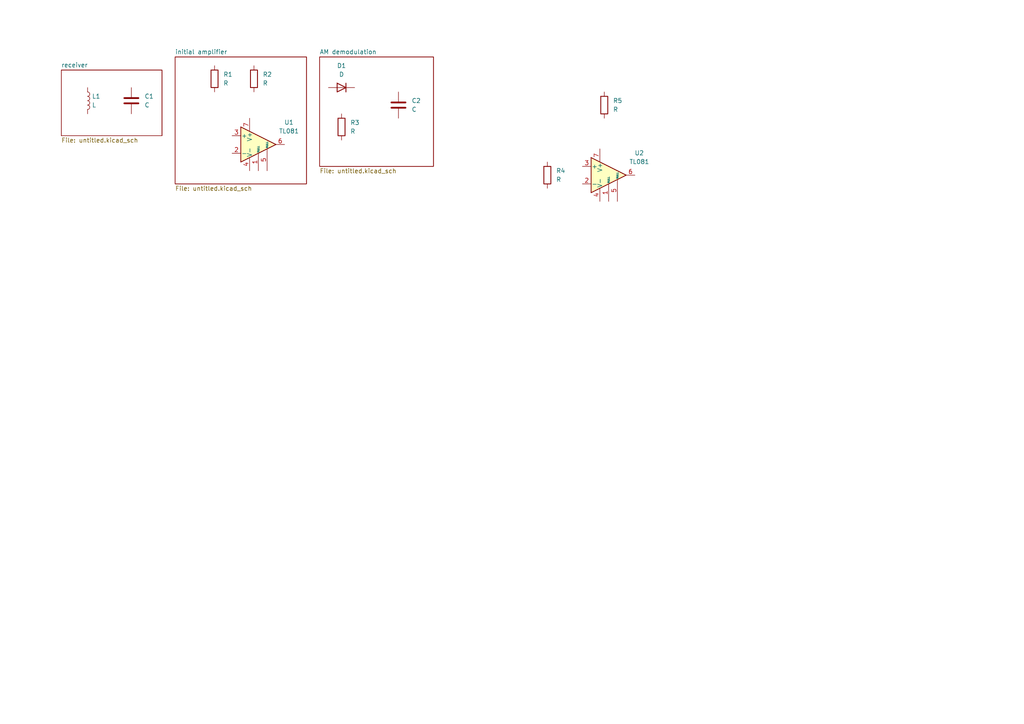
<source format=kicad_sch>
(kicad_sch (version 20250114) (generator "eeschema") (generator_version "9.0")
  (paper "A4")
  (lib_symbols
    (symbol "Amplifier_Operational:TL081" (pin_names (offset 0.127))
      (property "Reference" "U" (at 0 6.35 0))
      (property "Value" "TL081" (at 0 3.81 0))
      (symbol "TL081_0_1"
        (polyline (pts (xy -5.08 5.08) (xy 5.08 0) (xy -5.08 -5.08) (xy -5.08 5.08)) (stroke (width 0.254)) (fill (type background)))
      )
      (symbol "TL081_1_1"
        (pin input line (at -7.62 2.54 0) (length 2.54) (name "+") (number "3"))
        (pin input line (at -7.62 -2.54 0) (length 2.54) (name "-") (number "2"))
        (pin power_in line (at -2.54 7.62 270) (length 3.81) (name "V+") (number "7"))
        (pin power_in line (at -2.54 -7.62 90) (length 3.81) (name "V-") (number "4"))
        (pin no_connect line (at 0 2.54 270) (length 2.54) (hide yes) (name "NC") (number "8"))
        (pin input line (at 0 -7.62 90) (length 5.08) (name "NULL") (number "1"))
        (pin input line (at 2.54 -7.62 90) (length 6.35) (name "NULL") (number "5"))
        (pin output line (at 7.62 0 180) (length 2.54) (name "~") (number "6"))
      )
    )
    (symbol "Device:C" (pin_numbers (hide yes)) (pin_names (offset 0.254))
      (property "Reference" "C" (at 0.635 2.54 0))
      (property "Value" "C" (at 0.635 -2.54 0))
      (symbol "C_0_1"
        (polyline (pts (xy -2.032 0.762) (xy 2.032 0.762)) (stroke (width 0.508)))
        (polyline (pts (xy -2.032 -0.762) (xy 2.032 -0.762)) (stroke (width 0.508)))
      )
      (symbol "C_1_1"
        (pin passive line (at 0 3.81 270) (length 2.794) (name "~") (number "1"))
        (pin passive line (at 0 -3.81 90) (length 2.794) (name "~") (number "2"))
      )
    )
    (symbol "Device:D" (pin_numbers (hide yes)) (pin_names (offset 1.016) (hide yes))
      (property "Reference" "D" (at 0 2.54 0))
      (property "Value" "D" (at 0 -2.54 0))
      (symbol "D_0_1"
        (polyline (pts (xy -1.27 1.27) (xy -1.27 -1.27)) (stroke (width 0.254)))
        (polyline (pts (xy 1.27 1.27) (xy 1.27 -1.27) (xy -1.27 0) (xy 1.27 1.27)) (stroke (width 0.254)))
        (polyline (pts (xy 1.27 0) (xy -1.27 0)))
      )
      (symbol "D_1_1"
        (pin passive line (at -3.81 0 0) (length 2.54) (name "K") (number "1"))
        (pin passive line (at 3.81 0 180) (length 2.54) (name "A") (number "2"))
      )
    )
    (symbol "Device:L" (pin_numbers (hide yes)) (pin_names (offset 1.016) (hide yes))
      (property "Reference" "L" (at -1.27 0 90))
      (property "Value" "L" (at 1.905 0 90))
      (symbol "L_0_1"
        (arc (start 0 2.54) (mid 0.6323 1.905) (end 0 1.27))
        (arc (start 0 1.27) (mid 0.6323 0.635) (end 0 0))
        (arc (start 0 0) (mid 0.6323 -0.635) (end 0 -1.27))
        (arc (start 0 -1.27) (mid 0.6323 -1.905) (end 0 -2.54))
      )
      (symbol "L_1_1"
        (pin passive line (at 0 3.81 270) (length 1.27) (name "1") (number "1"))
        (pin passive line (at 0 -3.81 90) (length 1.27) (name "2") (number "2"))
      )
    )
    (symbol "Device:R" (pin_numbers (hide yes)) (pin_names (offset 0))
      (property "Reference" "R" (at 2.032 0 90))
      (property "Value" "R" (at 0 0 90))
      (symbol "R_0_1"
        (rectangle (start -1.016 -2.54) (end 1.016 2.54) (stroke (width 0.254)))
      )
      (symbol "R_1_1"
        (pin passive line (at 0 3.81 270) (length 1.27) (name "~") (number "1"))
        (pin passive line (at 0 -3.81 90) (length 1.27) (name "~") (number "2"))
      )
    )
  )
  (symbol (lib_id "Device:D") (at 99.06 25.4 0) (mirror y) (unit 1)
    (property "Reference" "D1" (at 99.06 19.05 0))
    (property "Value" "D" (at 99.06 21.59 0))
    (property "Description" "Diode" (effects (hide yes)))
    (property "Sim.Device" "D" (effects (hide yes)))
    (property "Sim.Pins" "1=K 2=A" (effects (hide yes)))
  )
  (symbol (lib_id "Device:R") (at 73.66 22.86 0) (unit 1)
    (property "Reference" "R2" (at 76.2 21.5899 0) (effects (justify left)))
    (property "Value" "R" (at 76.2 24.1299 0) (effects (justify left)))
    (property "Description" "Resistor" (effects (hide yes)))
  )
  (symbol (lib_id "Device:R") (at 158.75 50.8 0) (unit 1)
    (property "Reference" "R4" (at 161.29 49.5299 0) (effects (justify left)))
    (property "Value" "R" (at 161.29 52.0699 0) (effects (justify left)))
    (property "Description" "Resistor" (effects (hide yes)))
  )
  (symbol (lib_id "Device:L") (at 25.4 29.21 0) (unit 1)
    (property "Reference" "L1" (at 26.67 27.9399 0) (effects (justify left)))
    (property "Value" "L" (at 26.67 30.4799 0) (effects (justify left)))
    (property "Description" "Inductor" (effects (hide yes)))
  )
  (symbol (lib_id "Amplifier_Operational:TL081") (at 176.53 50.8 0) (unit 1)
    (property "Reference" "U2" (at 185.42 44.3798 0))
    (property "Value" "TL081" (at 185.42 46.9198 0))
    (property "Datasheet" "http://www.ti.com/lit/ds/symlink/tl081.pdf" (effects (hide yes)))
    (property "Description" "Single JFET-Input Operational Amplifiers, DIP-8/SOIC-8" (effects (hide yes)))
  )
  (symbol (lib_id "Device:C") (at 38.1 29.21 0) (unit 1)
    (property "Reference" "C1" (at 41.91 27.9399 0) (effects (justify left)))
    (property "Value" "C" (at 41.91 30.4799 0) (effects (justify left)))
    (property "Description" "Unpolarized capacitor" (effects (hide yes)))
  )
  (symbol (lib_id "Device:R") (at 62.23 22.86 0) (unit 1)
    (property "Reference" "R1" (at 64.77 21.5899 0) (effects (justify left)))
    (property "Value" "R" (at 64.77 24.1299 0) (effects (justify left)))
    (property "Description" "Resistor" (effects (hide yes)))
  )
  (symbol (lib_id "Device:R") (at 99.06 36.83 0) (unit 1)
    (property "Reference" "R3" (at 101.6 35.5599 0) (effects (justify left)))
    (property "Value" "R" (at 101.6 38.0999 0) (effects (justify left)))
    (property "Description" "Resistor" (effects (hide yes)))
  )
  (symbol (lib_id "Amplifier_Operational:TL081") (at 74.93 41.91 0) (unit 1)
    (property "Reference" "U1" (at 83.82 35.4898 0))
    (property "Value" "TL081" (at 83.82 38.0298 0))
    (property "Datasheet" "http://www.ti.com/lit/ds/symlink/tl081.pdf" (effects (hide yes)))
    (property "Description" "Single JFET-Input Operational Amplifiers, DIP-8/SOIC-8" (effects (hide yes)))
  )
  (symbol (lib_id "Device:R") (at 175.26 30.48 0) (unit 1)
    (property "Reference" "R5" (at 177.8 29.2099 0) (effects (justify left)))
    (property "Value" "R" (at 177.8 31.7499 0) (effects (justify left)))
    (property "Description" "Resistor" (effects (hide yes)))
  )
  (symbol (lib_id "Device:C") (at 115.57 30.48 0) (unit 1)
    (property "Reference" "C2" (at 119.38 29.2099 0) (effects (justify left)))
    (property "Value" "C" (at 119.38 31.7499 0) (effects (justify left)))
    (property "Description" "Unpolarized capacitor" (effects (hide yes)))
  )
  (sheet (at 50.8 16.51) (size 38.1 36.83) (stroke (width 0.1524))
    (property "Sheetname" "initial amplifier" (at 50.8 15.7984 0) (effects (justify left bottom)))
    (property "Sheetfile" "untitled.kicad_sch" (at 50.8 53.9246 0) (effects (justify left top)))
  )
  (sheet (at 92.71 16.51) (size 33.02 31.75) (stroke (width 0.1524))
    (property "Sheetname" "AM demodulation" (at 92.71 15.7984 0) (effects (justify left bottom)))
    (property "Sheetfile" "untitled.kicad_sch" (at 92.71 48.8446 0) (effects (justify left top)))
  )
  (sheet (at 17.78 20.32) (size 29.21 19.05) (stroke (width 0.1524))
    (property "Sheetname" "receiver" (at 17.78 19.6084 0) (effects (justify left bottom)))
    (property "Sheetfile" "untitled.kicad_sch" (at 17.78 39.9546 0) (effects (justify left top)))
  )
)
</source>
